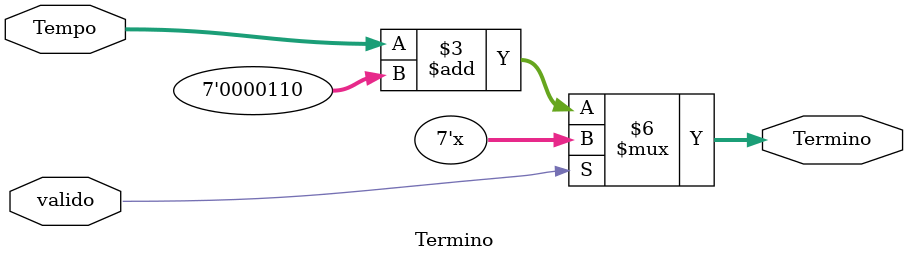
<source format=v>
`timescale 1ns / 1ps
module Termino(Tempo,valido,Termino);
	input [6:0] Tempo;
	input valido;
	output [6:0] Termino;
	reg [6:0] Termino;
	
	initial Termino = 7'd 0;
	
	always@(Tempo,valido)
		begin
			if (valido == 0)
				Termino = Tempo + (7'd 6);
		end
			


endmodule

</source>
